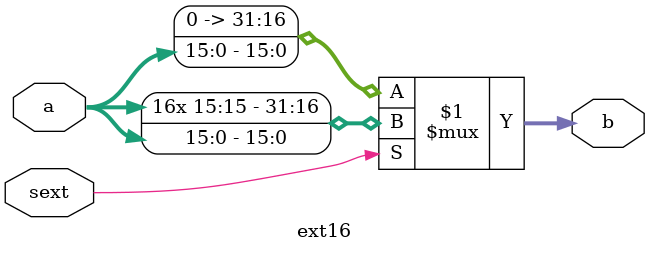
<source format=v>
`timescale 1ns / 1ps


module ext16#(parameter WIDTH = 16)(
    input [WIDTH - 1:0] a, 
    input sext,     //sext ÓÐÐ§Îª·ûºÅÀ©Õ¹£¬·ñÔò 0 À©Õ¹
    output [31:0] b //32 Î»Êä³öÊý¾Ý£¬
);
assign b=sext?{{(32-WIDTH){a[WIDTH-1]}},a}:{{(32-WIDTH){1'b0}},a};
endmodule
</source>
